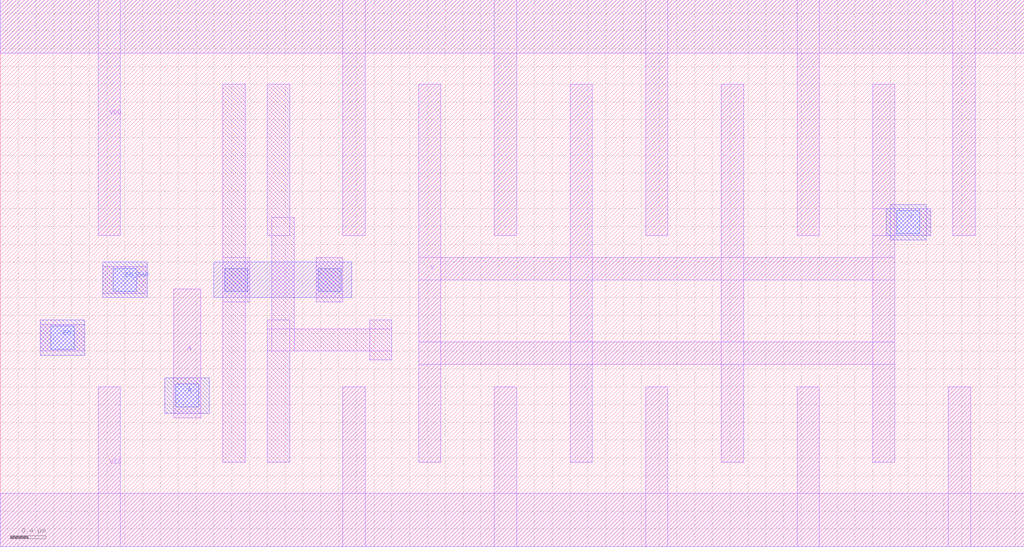
<source format=lef>
# Copyright 2022 Google LLC
# Licensed under the Apache License, Version 2.0 (the "License");
# you may not use this file except in compliance with the License.
# You may obtain a copy of the License at
#
#      http://www.apache.org/licenses/LICENSE-2.0
#
# Unless required by applicable law or agreed to in writing, software
# distributed under the License is distributed on an "AS IS" BASIS,
# WITHOUT WARRANTIES OR CONDITIONS OF ANY KIND, either express or implied.
# See the License for the specific language governing permissions and
# limitations under the License.
VERSION 5.7 ;
BUSBITCHARS "[]" ;
DIVIDERCHAR "/" ;

MACRO gf180mcu_osu_sc_9T_tinv_8
  CLASS CORE ;
  ORIGIN 0 0 ;
  FOREIGN gf180mcu_osu_sc_9T_tinv_8 0 0 ;
  SIZE 11.5 BY 6.15 ;
  SYMMETRY X Y ;
  SITE GF180_3p3_12t ;
  PIN VDD
    DIRECTION INOUT ;
    USE POWER ;
    SHAPE ABUTMENT ;
    PORT
      LAYER MET1 ;
        RECT 0 5.55 11.5 6.15 ;
        RECT 10.7 3.5 10.95 6.15 ;
        RECT 8.95 3.5 9.2 6.15 ;
        RECT 7.25 3.5 7.5 6.15 ;
        RECT 5.55 3.5 5.8 6.15 ;
        RECT 3.85 3.5 4.1 6.15 ;
        RECT 1.1 3.5 1.35 6.15 ;
    END
  END VDD
  PIN VSS
    DIRECTION INOUT ;
    USE GROUND ;
    PORT
      LAYER MET1 ;
        RECT 0 0 11.5 0.6 ;
        RECT 10.65 0 10.9 1.8 ;
        RECT 8.95 0 9.2 1.8 ;
        RECT 7.25 0 7.5 1.8 ;
        RECT 5.55 0 5.8 1.8 ;
        RECT 3.85 0 4.1 1.8 ;
        RECT 1.1 0 1.35 1.8 ;
    END
  END VSS
  PIN A
    DIRECTION INPUT ;
    USE SIGNAL ;
    PORT
      LAYER MET1 ;
        RECT 1.95 1.45 2.25 2.9 ;
      LAYER MET2 ;
        RECT 1.85 1.5 2.35 1.9 ;
      LAYER VIA12 ;
        RECT 1.97 1.57 2.23 1.83 ;
    END
  END A
  PIN EN
    DIRECTION INPUT ;
    USE SIGNAL ;
    PORT
      LAYER MET1 ;
        RECT 0.45 2.2 0.95 2.5 ;
      LAYER MET2 ;
        RECT 0.45 2.15 0.95 2.55 ;
      LAYER VIA12 ;
        RECT 0.57 2.22 0.83 2.48 ;
    END
  END EN
  PIN EN_BAR
    DIRECTION INPUT ;
    USE SIGNAL ;
    PORT
      LAYER MET1 ;
        RECT 1.15 2.85 1.65 3.15 ;
      LAYER MET2 ;
        RECT 1.15 2.8 1.65 3.2 ;
      LAYER VIA12 ;
        RECT 1.27 2.87 1.53 3.13 ;
    END
  END EN_BAR
  PIN Y
    DIRECTION OUTPUT ;
    USE SIGNAL ;
    PORT
      LAYER MET1 ;
        RECT 9.8 3.5 10.45 3.8 ;
        RECT 9.8 0.95 10.05 5.2 ;
        RECT 4.7 3 10.05 3.25 ;
        RECT 4.7 2.05 10.05 2.3 ;
        RECT 8.1 0.95 8.35 5.2 ;
        RECT 6.4 0.95 6.65 5.2 ;
        RECT 4.7 0.95 4.95 5.2 ;
      LAYER MET2 ;
        RECT 9.95 3.5 10.45 3.8 ;
        RECT 10 3.45 10.4 3.85 ;
      LAYER VIA12 ;
        RECT 10.07 3.52 10.33 3.78 ;
    END
  END Y
  OBS
    LAYER MET2 ;
      RECT 2.4 2.8 3.95 3.2 ;
    LAYER VIA12 ;
      RECT 3.57 2.87 3.83 3.13 ;
      RECT 2.52 2.87 2.78 3.13 ;
    LAYER MET1 ;
      RECT 3 3.5 3.25 5.2 ;
      RECT 3.05 2.2 3.3 3.7 ;
      RECT 4.15 2.1 4.4 2.55 ;
      RECT 3 0.95 3.25 2.55 ;
      RECT 3 2.2 4.4 2.45 ;
      RECT 2.5 0.95 2.75 5.2 ;
      RECT 2.5 2.75 2.8 3.25 ;
      RECT 3.55 2.75 3.85 3.25 ;
  END
END gf180mcu_osu_sc_9T_tinv_8

</source>
